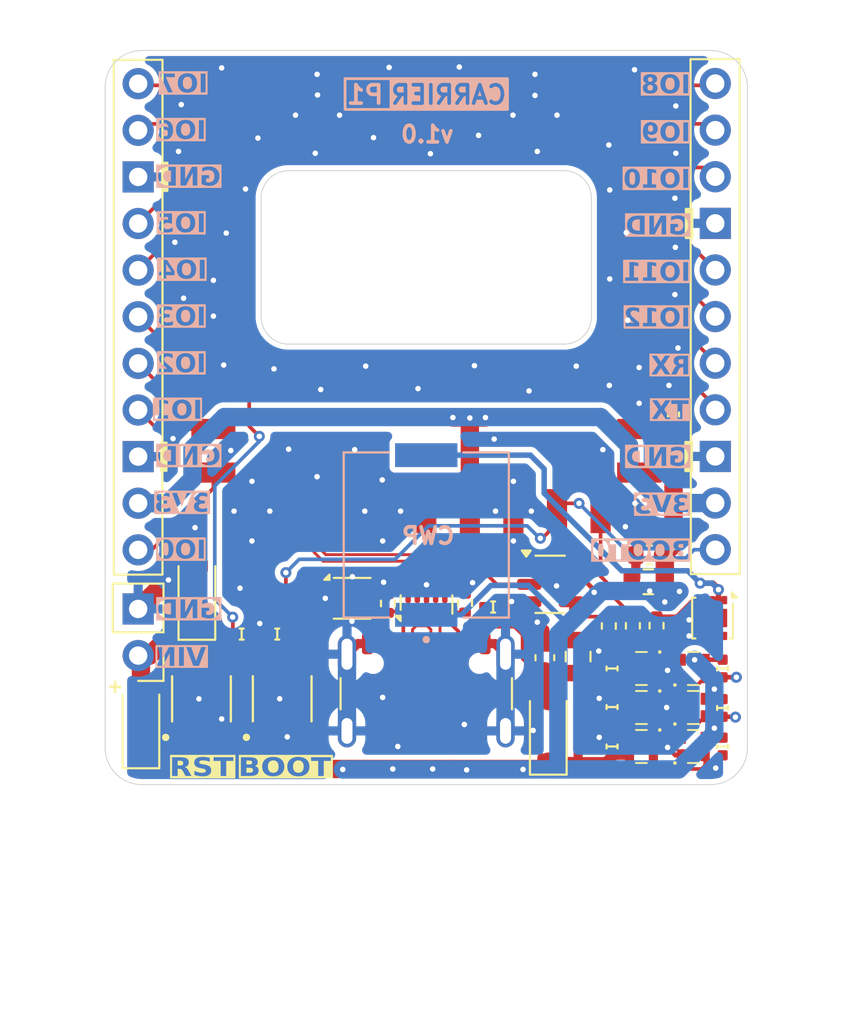
<source format=kicad_pcb>
(kicad_pcb (version 20241229) (generator "pcbnew") (generator_version "9.0")
  (layers (0 "F.Cu" signal) (4 "In1.Cu" signal) (6 "In2.Cu" signal) (2 "B.Cu" signal) (13 "F.Paste" user) (15 "B.Paste" user) (5 "F.SilkS" user "F.Silkscreen") (7 "B.SilkS" user "B.Silkscreen") (1 "F.Mask" user) (3 "B.Mask" user) (25 "Edge.Cuts" user))
  (net 0 "")
  (net 1 "GND")
  (net 2 "/SoM Breakout/CORE_RST_N")
  (net 3 "+3V3")
  (net 4 "VBUS")
  (net 5 "/SoM Breakout/BOOT0")
  (net 6 "/SoM Breakout/USB_CC1")
  (net 7 "/SoM Breakout/USB_CC2")
  (net 8 "/SoM Breakout/IO10")
  (net 9 "/SoM Breakout/IO12")
  (net 10 "/SoM Breakout/IO8")
  (net 11 "/SoM Breakout/IO9")
  (net 12 "/SoM Breakout/UART0_RX")
  (net 13 "/SoM Breakout/IO11")
  (net 14 "/SoM Breakout/UART0_TX")
  (net 15 "/SoM Breakout/IO3")
  (net 16 "/SoM Breakout/IO5")
  (net 17 "/SoM Breakout/IO1")
  (net 18 "/SoM Breakout/IO2")
  (net 19 "/SoM Breakout/IO4")
  (net 20 "/SoM Breakout/IO7")
  (net 21 "/SoM Breakout/IO0")
  (net 22 "/SoM Breakout/IO6")
  (net 23 "/SoM Breakout/USB_D_P")
  (net 24 "/SoM Breakout/USB_D_N")
  (net 25 "VSYS")
  (net 26 "Net-(D1-A1)")
  (net 29 "/Status Indication/LED_D0")
  (net 30 "/Status Indication/LED_D1")
  (net 31 "/Status Indication/LED_D2")
  (net 32 "/Status Indication/LED_D3")
  (net 33 "/Status Indication/LED_D4")
  (net 35 "/Status Indication/BUZZ_DRAIN")
  (net 36 "BUZZER_PWM")
  (net 37 "LED_PWM")
  (net 38 "/Status Indication/BUZZ_GATE")
  (net 39 "Net-(R3-Pad2)")
  (net 40 "/Status Indication/LED_D5")
  (footprint "ModWorksFootprints:C_0603_1608Metric_MW" (layer "F.Cu") (at 162.158578 107.491422 180)
    (property "Reference" "C14" (hide yes))
    (property "Value" "1u")
  )
  (footprint "ModWorksFootprints:C_0402_100n_MW" (layer "F.Cu") (at 139.94 111.8)
    (property "Reference" "C1" (hide yes))
    (property "Value" "100n")
  )
  (footprint "ModWorksFootprints:XL-1615RGBC-2812B" (layer "F.Cu") (at 161.725 113.675 180)
    (property "Reference" "LED1" (hide yes))
    (property "Value" "XL-1615RGBC-2812B")
  )
  (footprint "Resistor_SMD:R_0402_1005Metric" (layer "F.Cu") (at 162.55 111.340001 -90)
    (property "Reference" "R5" (hide yes))
    (property "Value" "100R")
  )
  (footprint "Package_SON:WSON-6-1EP_2x2mm_P0.65mm_EP1x1.6mm" (layer "F.Cu") (at 145.9625 109.85)
    (property "Reference" "U1" (hide yes))
    (property "Value" "TVS2200DRV")
  )
  (footprint "Diode_SMD:D_SOD-123" (layer "F.Cu") (at 137.5 109.75 90)
    (property "Reference" "D1" (hide yes))
    (property "Value" "SMAJ5.0A")
  )
  (footprint "ModWorksFootprints:C_0402_100n_MW" (layer "F.Cu") (at 141.88 111.8 180)
    (property "Reference" "C2" (hide yes))
    (property "Value" "100n")
  )
  (footprint "ModWorksFootprints:XL-1615RGBC-2812B" (layer "F.Cu") (at 164.55 117.925)
    (property "Reference" "LED4" (hide yes))
    (property "Value" "XL-1615RGBC-2812B")
  )
  (footprint "Resistor_SMD:R_0402_1005Metric" (layer "F.Cu") (at 159.95 111.359999 90)
    (property "Reference" "R3" (hide yes))
    (property "Value" "470R")
  )
  (footprint "ModWorksFootprints:XL-1615RGBC-2812B" (layer "F.Cu") (at 161.725 115.8 180)
    (property "Reference" "LED2" (hide yes))
    (property "Value" "XL-1615RGBC-2812B")
  )
  (footprint "Connector_PinHeader_2.54mm:PinHeader_1x02_P2.54mm_Vertical" (layer "F.Cu") (at 134.3 112.97 180)
    (property "Reference" "J2" (hide yes))
    (property "Value" "Conn_01x02_Pin")
  )
  (footprint "ModWorksFootprints:C_0402_100n_MW" (layer "F.Cu") (at 166.15 115.825 -90)
    (property "Reference" "C11" (hide yes))
    (property "Value" "100n")
  )
  (footprint "ModWorksFootprints:C_0402_1005Metric_MW" (layer "F.Cu") (at 163.475 99.83 90)
    (property "Reference" "C13" (hide yes))
    (property "Value" "100n")
  )
  (footprint "ModWorksFootprints:C_0402_100n_MW" (layer "F.Cu") (at 166.15 117.925 -90)
    (property "Reference" "C10" (hide yes))
    (property "Value" "100n")
  )
  (footprint "ModWorksFootprints:XL-1615RGBC-2812B" (layer "F.Cu") (at 164.55 115.8)
    (property "Reference" "LED5" (hide yes))
    (property "Value" "XL-1615RGBC-2812B")
  )
  (footprint "ModWorksFootprints:XL-1615RGBC-2812B" (layer "F.Cu") (at 161.725 117.925 180)
    (property "Reference" "LED3" (hide yes))
    (property "Value" "XL-1615RGBC-2812B")
  )
  (footprint "Package_SON:Texas_DQK" (layer "F.Cu") (at 165.6 110.925 -90)
    (property "Reference" "Q1" (hide yes))
    (property "Value" "CSD16301Q2")
  )
  (footprint "Resistor_SMD:R_0402_1005Metric" (layer "F.Cu") (at 161.259999 111.35 -90)
    (property "Reference" "R4" (hide yes))
    (property "Value" "100k")
  )
  (footprint "ModWorksFootprints:C_0603_1608Metric_MW" (layer "F.Cu") (at 156.4625 113.0875 90)
    (property "Reference" "C4" (hide yes))
    (property "Value" "4u7")
  )
  (footprint "ModWorksFootprints:C_0402_100n_MW" (layer "F.Cu") (at 153.645 110.325)
    (property "Reference" "C3" (hide yes))
    (property "Value" "100n")
  )
  (footprint "ModWorksFootprints:C_0402_100n_MW" (layer "F.Cu") (at 160.125 115.775 90)
    (property "Reference" "C8" (hide yes))
    (property "Value" "100n")
  )
  (footprint "Connector_PinSocket_2.54mm:PinSocket_1x11_P2.54mm_Vertical" (layer "F.Cu") (at 134.3 81.81)
    (property "Reference" "J1" (hide yes))
    (property "Value" "Conn_01x11_Socket")
  )
  (footprint "Snapeda:SKRPABE010_SW_SKRPABE010" (layer "F.Cu") (at 137.75 115.3285 90)
    (property "Reference" "SW1" (hide yes))
    (property "Value" "SW_Push")
  )
  (footprint "Resistor_SMD:R_0402_1005Metric" (layer "F.Cu") (at 152.1125 110.112502 90)
    (property "Reference" "R2" (hide yes))
    (property "Value" "5k1")
  )
  (footprint "ModWorksFootprints:XL-1615RGBC-2812B" (layer "F.Cu") (at 164.55 113.675)
    (property "Reference" "LED6" (hide yes))
    (property "Value" "XL-1615RGBC-2812B")
  )
  (footprint "ModWorksFootprints:C_0805_2012Metric_MW" (layer "F.Cu") (at 158.275 113.025 90)
    (property "Reference" "C5" (hide yes))
    (property "Value" "10u")
  )
  (footprint "ModWorksFootprints:C_0805_2012Metric_MW" (layer "F.Cu") (at 162.1 108.95 180)
    (property "Reference" "C6" (hide yes))
    (property "Value" "10u")
  )
  (footprint "Diode_SMD:D_SOD-123" (layer "F.Cu") (at 156.65 117.1 90)
    (property "Reference" "D3" (hide yes))
    (property "Value" "MBR0520")
  )
  (footprint "Resistor_SMD:R_0402_1005Metric" (layer "F.Cu") (at 147.9125 110.1325 90)
    (property "Reference" "R1" (hide yes))
    (property "Value" "5k1")
  )
  (footprint "Package_TO_SOT_SMD:SOT-23-5" (layer "F.Cu") (at 156.75 109.0875)
    (property "Reference" "U3" (hide yes))
    (property "Value" "74AHCT1G125")
  )
  (footprint "Package_SON:USON-10_2.5x1.0mm_P0.5mm" (layer "F.Cu") (at 150.0125 110.1875 90)
    (property "Reference" "U2" (hide yes))
    (property "Value" "TPD4E05U06DQA")
  )
  (footprint "ModWorksFootprints:C_0402_100n_MW" (layer "F.Cu") (at 160.125 113.675 90)
    (property "Reference" "C7" (hide yes))
    (property "Value" "100n")
  )
  (footprint "Connector_USB:USB_C_Receptacle_GCT_USB4105-xx-A_16P_TopMnt_Horizontal" (layer "F.Cu") (at 150 116)
    (property "Reference" "J4" (hide yes))
    (property "Value" "USB_C_Receptacle_USB2.0_16P")
  )
  (footprint "ModWorksFootprints:Proto_Core_Carrier_Pads" (layer "F.Cu") (at 150 93.5)
    (property "Reference" "MOD1" (hide yes))
    (property "Value" "~" (hide yes))
  )
  (footprint "ModWorksFootprints:C_0402_100n_MW" (layer "F.Cu") (at 160.125 117.925 90)
    (property "Reference" "C9" (hide yes))
    (property "Value" "100n")
  )
  (footprint "Snapeda:SKRPABE010_SW_SKRPABE010" (layer "F.Cu") (at 142.15 115.325 90)
    (property "Reference" "SW2" (hide yes))
    (property "Value" "SW_Push")
  )
  (footprint "Diode_SMD:D_SOD-123" (layer "F.Cu") (at 134.45 116.75 90)
    (property "Reference" "D2" (hide yes))
    (property "Value" "MBR0520")
  )
  (footprint "Connector_PinSocket_2.54mm:PinSocket_1x11_P2.54mm_Vertical" (layer "F.Cu") (at 165.75 81.8)
    (property "Reference" "J3" (hide yes))
    (property "Value" "Conn_01x11_Socket")
  )
  (footprint "ModWorksFootprints:C_0402_100n_MW" (layer "F.Cu") (at 166.15 113.675 -90)
    (property "Reference" "C12" (hide yes))
    (property "Value" "100n")
  )
  (footprint "Snapeda:PKMCS0909E4000-R1_SPKR_PKMCS0909E4000-R1" (layer "B.Cu") (at 150 106.4 90)
    (property "Reference" "LS1" (hide yes))
    (property "Value" "PKMCS0909E4000-R1")
  )
  (gr_line (start 133.04375 114.95) (end 133.04375 114.4) (stroke (width 0.15)) (layer "F.SilkS"))
  (gr_line (start 132.78125 114.675) (end 133.31875 114.675) (stroke (width 0.15)) (layer "F.SilkS"))
  (gr_rect (start 145.575 81.5375) (end 154.425 83.2125) (stroke (width 0.15)) (fill no) (layer "B.SilkS"))
  (gr_rect (start 148.05 81.6125) (end 154.35 83.1125) (stroke (width 0.1)) (fill no) (layer "B.SilkS"))
  (gr_arc (start 132.5 82) (mid 133.085786 80.585786) (end 134.5 80) (stroke (width 0.05)) (layer "Edge.Cuts"))
  (gr_arc (start 167.5 118) (mid 166.914214 119.414214) (end 165.5 120) (stroke (width 0.05)) (layer "Edge.Cuts"))
  (gr_arc (start 165.5 80) (mid 166.914214 80.585786) (end 167.5 82) (stroke (width 0.05)) (layer "Edge.Cuts"))
  (gr_line (start 157.5 96) (end 142.5 96) (stroke (width 0.05)) (layer "Edge.Cuts"))
  (gr_arc (start 141 88.05) (mid 141.43934 86.98934) (end 142.5 86.55) (stroke (width 0.05)) (layer "Edge.Cuts"))
  (gr_arc (start 159 94.5) (mid 158.56066 95.56066) (end 157.5 96) (stroke (width 0.05)) (layer "Edge.Cuts"))
  (gr_line (start 159 88.05) (end 159 94.5) (stroke (width 0.05)) (layer "Edge.Cuts"))
  (gr_line (start 142.5 86.55) (end 157.5 86.55) (stroke (width 0.05)) (layer "Edge.Cuts"))
  (gr_arc (start 142.5 96) (mid 141.43934 95.56066) (end 141 94.5) (stroke (width 0.05)) (layer "Edge.Cuts"))
  (gr_line (start 167.5 82) (end 167.5 118) (stroke (width 0.05)) (layer "Edge.Cuts"))
  (gr_arc (start 157.5 86.55) (mid 158.56066 86.98934) (end 159 88.05) (stroke (width 0.05)) (layer "Edge.Cuts"))
  (gr_line (start 141 94.5) (end 141 88.05) (stroke (width 0.05)) (layer "Edge.Cuts"))
  (gr_arc (start 134.5 120) (mid 133.085786 119.414214) (end 132.5 118) (stroke (width 0.05)) (layer "Edge.Cuts"))
  (gr_line (start 132.5 118) (end 132.5 82) (stroke (width 0.05)) (layer "Edge.Cuts"))
  (gr_line (start 165.5 120) (end 134.5 120) (stroke (width 0.05)) (layer "Edge.Cuts"))
  (gr_line (start 134.5 80) (end 165.5 80) (stroke (width 0.05)) (layer "Edge.Cuts"))
  (gr_text "BOOT" (at 139.75 119.7 0) (layer "F.SilkS" knockout) (effects (font (size 1 1.15) (thickness 0.2) (bold yes)) (justify left bottom)))
  (gr_text "RST" (at 136 119.7 0) (layer "F.SilkS" knockout) (effects (font (size 1 1.15) (thickness 0.2) (bold yes)) (justify left bottom)))
  (gr_text "3V3" (at 164.35 105.4 0) (layer "B.SilkS" knockout) (effects (font (size 1 1) (thickness 0.1)) (justify left bottom mirror)))
  (gr_text "GND" (at 164.35 90.19 0) (layer "B.SilkS" knockout) (effects (font (size 1 1) (thickness 0.1)) (justify left bottom mirror)))
  (gr_text "BOOT0" (at 164.4 107.9 0) (layer "B.SilkS" knockout) (effects (font (size 1 1) (thickness 0.1)) (justify left bottom mirror)))
  (gr_text "IO7" (at 138.1 82.45 0) (layer "B.SilkS" knockout) (effects (font (size 1 1) (thickness 0.1)) (justify left bottom mirror)))
  (gr_text "GND" (at 138.8 87.53 0) (layer "B.SilkS" knockout) (effects (font (size 1 1) (thickness 0.1)) (justify left bottom mirror)))
  (gr_text "IO0" (at 138 107.85 0) (layer "B.SilkS" knockout) (effects (font (size 1 1) (thickness 0.1)) (justify left bottom mirror)))
  (gr_text "TX" (at 164.3 100.25 0) (layer "B.SilkS" knockout) (effects (font (size 1 1) (thickness 0.1)) (justify left bottom mirror)))
  (gr_text "IO5" (at 138 90.07 0) (layer "B.SilkS" knockout) (effects (font (size 1 1) (thickness 0.1)) (justify left bottom mirror)))
  (gr_text "IO12" (at 164.4 95.2 0) (layer "B.SilkS" knockout) (effects (font (size 1 1) (thickness 0.1)) (justify left bottom mirror)))
  (gr_text "GND" (at 138.8 102.75 0) (layer "B.SilkS" knockout) (effects (font (size 1 1) (thickness 0.1)) (justify left bottom mirror)))
  (gr_text "CWP" (at 151.65 106.975 0) (layer "B.SilkS") (effects (font (size 0.9 0.9) (thickness 0.2) (bold yes)) (justify left bottom mirror)))
  (gr_text "IO9" (at 164.4 85.11 0) (layer "B.SilkS" knockout) (effects (font (size 1 1) (thickness 0.1)) (justify left bottom mirror)))
  (gr_text "IO1" (at 137.8 100.23 0) (layer "B.SilkS" knockout) (effects (font (size 1 1) (thickness 0.1)) (justify left bottom mirror)))
  (gr_text "VIN" (at 138 113.7 0) (layer "B.SilkS" knockout) (effects (font (size 1 1) (thickness 0.1)) (justify left bottom mirror)))
  (gr_text "IO3" (at 138 95.15 0) (layer "B.SilkS" knockout) (effects (font (size 1 1) (thickness 0.1)) (justify left bottom mirror)))
  (gr_text "GND" (at 138.8 111.1 0) (layer "B.SilkS" knockout) (effects (font (size 1 1) (thickness 0.1)) (justify left bottom mirror)))
  (gr_text "IO10" (at 164.4 87.65 0) (layer "B.SilkS" knockout) (effects (font (size 1 1) (thickness 0.1)) (justify left bottom mirror)))
  (gr_text "P1" (at 147.775 83 0) (layer "B.SilkS") (effects (font (size 1 1) (thickness 0.2) (bold yes)) (justify left bottom mirror)))
  (gr_text "GND" (at 164.35 102.8 0) (layer "B.SilkS" knockout) (effects (font (size 1 1) (thickness 0.1)) (justify left bottom mirror)))
  (gr_text "3V3" (at 138.2 105.3 0) (layer "B.SilkS" knockout) (effects (font (size 1 1) (thickness 0.1)) (justify left bottom mirror)))
  (gr_text "IO6" (at 138 84.99 0) (layer "B.SilkS" knockout) (effects (font (size 1 1) (thickness 0.1)) (justify left bottom mirror)))
  (gr_text "CARRIER" (at 154.475 83 0) (layer "B.SilkS" knockout) (effects (font (size 1 1) (thickness 0.2) (bold yes)) (justify left bottom mirror)))
  (gr_text "IO4" (at 138.05 92.6 0) (layer "B.SilkS" knockout) (effects (font (size 1 1) (thickness 0.1)) (justify left bottom mirror)))
  (gr_text "RX" (at 164.400001 97.82 0) (layer "B.SilkS" knockout) (effects (font (size 1 1) (thickness 0.1)) (justify left bottom mirror)))
  (gr_text "IO2" (at 138 97.7 0) (layer "B.SilkS" knockout) (effects (font (size 1 1) (thickness 0.1)) (justify left bottom mirror)))
  (gr_text "IO11" (at 164.4 92.719999 0) (layer "B.SilkS" knockout) (effects (font (size 1 1) (thickness 0.1)) (justify left bottom mirror)))
  (gr_text "IO8" (at 164.4 82.5 0) (layer "B.SilkS" knockout) (effects (font (size 1 1) (thickness 0.1)) (justify left bottom mirror)))
  (gr_text "v1.0" (at 151.6 85.1 0) (layer "B.SilkS") (effects (font (size 0.9 0.9) (thickness 0.2) (bold yes)) (justify left bottom mirror)))
  (segment (start 159.975 98.250001) (end 161.599999 98.250001) (width 0.5) (layer "F.Cu") (net 1))
  (segment (start 166.26 114.15) (end 166.255 114.155) (width 0.25) (layer "F.Cu") (net 1))
  (segment (start 145.275 83.525) (end 145.275 81.925) (width 0.5) (layer "F.Cu") (net 1))
  (segment (start 138.825 116.4) (end 138.85 116.425) (width 0.5) (layer "F.Cu") (net 1))
  (segment (start 152.525 109) (end 152.1125 109.4125) (width 0.5) (layer "F.Cu") (net 1))
  (segment (start 160.125 113.195) (end 159.87 113.195) (width 0.25) (layer "F.Cu") (net 1))
  (segment (start 137.5 108.1) (end 136.63 108.1) (width 1) (layer "F.Cu") (net 1))
  (segment (start 163.525 114.15) (end 163.15 113.775) (width 0.25) (layer "F.Cu") (net 1))
  (segment (start 147.9125 109.622501) (end 147.9125 109.2125) (width 0.5) (layer "F.Cu") (net 1))
  (segment (start 155.925 81.3) (end 155.35 81.3) (width 0.5) (layer "F.Cu") (net 1))
  (segment (start 155.6125 108.1125) (end 154.75 107.25) (width 0.3) (layer "F.Cu") (net 1))
  (segment (start 140.42 111.8) (end 140.95 111.8) (width 0.25) (layer "F.Cu") (net 1))
  (segment (start 154.425 110.025) (end 155.600001 110.025) (width 0.5) (layer "F.Cu") (net 1))
  (segment (start 150.0125 110.5725) (end 150.0125 109.8025) (width 0.25) (layer "F.Cu") (net 1))
  (segment (start 159.87 113.195) (end 159.4 112.725) (width 0.25) (layer "F.Cu") (net 1))
  (segment (start 144.725 82.425) (end 145.25 81.9) (width 0.5) (layer "F.Cu") (net 1))
  (segment (start 145.075 109.2) (end 145.075 109.85) (width 0.5) (layer "F.Cu") (net 1))
  (segment (start 160.125 117.445) (end 159.445 117.445) (width 0.25) (layer "F.Cu") (net 1))
  (segment (start 160.125 115.295) (end 159.43 115.295) (width 0.25) (layer "F.Cu") (net 1))
  (segment (start 155.600001 110.025) (end 155.6125 110.037499) (width 0.5) (layer "F.Cu") (net 1))
  (segment (start 158.275 112.125) (end 158.8 112.125) (width 0.25) (layer "F.Cu") (net 1))
  (segment (start 162.375 115.325) (end 162.625 115.325) (width 0.25) (layer "F.Cu") (net 1))
  (segment (start 161.421078 107.933578) (end 161.421078 108.728922) (width 0.5) (layer "F.Cu") (net 1))
  (segment (start 166.15 116.305) (end 166.83 116.305) (width 0.25) (layer "F.Cu") (net 1))
  (segment (start 161.6 99.225) (end 161.6 98.25) (width 0.5) (layer "F.Cu") (net 1))
  (segment (start 161.599999 98.250001) (end 161.6 98.25) (width 0.5) (layer "F.Cu") (net 1))
  (segment (start 159.43 115.295) (end 159.425 115.3) (width 0.25) (layer "F.Cu") (net 1))
  (segment (start 166.255 114.155) (end 166.15 114.155) (width 0.25) (layer "F.Cu") (net 1))
  (segment (start 161.421078 108.728922) (end 161.2 108.95) (width 0.5) (layer "F.Cu") (net 1))
  (segment (start 138.85 117.3785) (end 138.825 117.4035) (width 0.5) (layer "F.Cu") (net 1))
  (segment (start 145.075 109.85) (end 144.5 109.85) (width 0.5) (layer "F.Cu") (net 1))
  (segment (start 155.6125 108.137501) (end 155.6125 108.1125) (width 0.3) (layer "F.Cu") (net 1))
  (segment (start 144.05 81.3) (end 144.65 81.3) (width 0.5) (layer "F.Cu") (net 1))
  (segment (start 144.65 81.3) (end 145.25 81.9) (width 0.5) (layer "F.Cu") (net 1))
  (segment (start 136.63 108.1) (end 134.3 110.43) (width 1) (layer "F.Cu") (net 1))
  (segment (start 153.2 112.32) (end 153.745 112.32) (width 0.5) (layer "F.Cu") (net 1))
  (segment (start 163.575 116.275) (end 163.1 115.8) (width 0.25) (layer "F.Cu") (net 1))
  (segment (start 144.05 81.3) (end 143.475 81.3) (width 0.5) (layer "F.Cu") (net 1))
  (segment (start 163.225 98.25) (end 161.6 98.25) (width 0.5) (layer "F.Cu") (net 1))
  (segment (start 162.375 113.2) (end 162.575 113.2) (width 0.25) (layer "F.Cu") (net 1))
  (segment (start 140.5 103.525) (end 140.525 103.5) (width 0.2) (layer "F.Cu") (net 1))
  (segment (start 145.95 110.95) (end 145.9625 110.9375) (width 0.5) (layer "F.Cu") (net 1))
  (segment (start 154.75 107.25) (end 154.75 106.725) (width 0.3) (layer "F.Cu") (net 1))
  (segment (start 156.4625 111.5625) (end 156.05 111.15) (width 0.5) (layer "F.Cu") (net 1))
  (segment (start 146.65 105.1) (end 147.625 105.1) (width 0.5) (layer "F.Cu") (net 1))
  (segment (start 142.875 83.525) (end 142.875 81.9) (width 0.5) (layer "F.Cu") (net 1))
  (segment (start 162.625 115.325) (end 163.1 115.8) (width 0.25) (layer "F.Cu") (net 1))
  (segment (start 145.075 109.85) (end 145.075 110.5) (width 0.5) (layer "F.Cu") (net 1))
  (segment (start 140.5 103.475) (end 140.5 105.1) (width 0.5) (layer "F.Cu") (net 1))
  (segment (start 156.6125 112.2) (end 158.2 112.2) (width 0.5) (layer "F.Cu") (net 1))
  (segment (start 161.45 107.904656) (end 161.421078 107.933578) (width 0.5) (layer "F.Cu") (net 1))
  (segment (start 138.4 92.524999) (end 138.4 93.5) (width 0.5) (layer "F.Cu") (net 1))
  (segment (start 144.075 82.425) (end 144.725 82.425) (width 0.5) (layer "F.Cu") (net 1))
  (segment (start 155.35 81.3) (end 154.75 81.9) (width 0.5) (layer "F.Cu") (net 1))
  (segment (start 155.3 82.45) (end 154.75 81.9) (width 0.5) (layer "F.Cu") (net 1))
  (segment (start 160.85 106.032844) (end 161.421078 106.603922) (width 0.3) (layer "F.Cu") (net 1))
  (segment (start 154.125 110.325) (end 154.425 110.025) (width 0.5) (layer "F.Cu") (net 1))
  (segment (start 147.9125 109.2125) (end 147.675 108.975) (width 0.5) (layer "F.Cu") (net 1))
  (segment (start 160.85 105.95) (end 160.85 106.032844) (width 0.3) (layer "F.Cu") (net 1))
  (segment (start 156.4625 112.35) (end 156.4625 111.5625) (width 0.5) (layer "F.Cu") (net 1))
  (segment (start 155.925 81.3) (end 156.525 81.3) (width 0.5) (layer "F.Cu") (net 1))
  (segment (start 163.475 98.5) (end 163.225 98.25) (width 0.5) (layer "F.Cu") (net 1))
  (segment (start 148.6 105.1) (end 147.625 105.1) (width 0.5) (layer "F.Cu") (net 1))
  (segment (start 145.95 111.1) (end 145.95 110.95) (width 0.5) (layer "F.Cu") (net 1))
  (segment (start 158.2 112.2) (end 158.275 112.125) (width 0.5) (layer "F.Cu") (net 1))
  (segment (start 163.9 118.4) (end 163.575 118.4) (width 0.25) (layer "F.Cu") (net 1))
  (segment (start 155.725 105.1) (end 154.75 105.1) (width 0.5) (layer "F.Cu") (net 1))
  (segment (start 163.475 99.35) (end 163.475 98.5) (width 0.5) (layer "F.Cu") (net 1))
  (segment (start 136.775 93.5) (end 138.4 93.5) (width 0.5) (layer "F.Cu") (net 1))
  (segment (start 166.83 116.305) (end 166.85 116.325) (width 0.25) (layer "F.Cu") (net 1))
  (segment (start 145.9625 110.9375) (end 145.9625 109.85) (width 0.5) (layer "F.Cu") (net 1))
  (segment (start 164.329999 111.020001) (end 164.325 111.025) (width 0.2) (layer "F.Cu") (net 1))
  (segment (start 147.625 106.725) (end 147.625 105.1) (width 0.5) (layer "F.Cu") (net 1))
  (segment (start 154.725 81.925) (end 154.75 81.9) (width 0.5) (layer "F.Cu") (net 1))
  (segment (start 145.275 81.925) (end 145.25 81.9) (width 0.5) (layer "F.Cu") (net 1))
  (segment (start 152.1125 109.4125) (end 152.1125 109.602503) (width 0.5) (layer "F.Cu") (net 1))
  (segment (start 160.025 98.25) (end 160 98.225) (width 0.2) (layer "F.Cu") (net 1))
  (segment (start 150.0125 109.8025) (end 150.0125 109.1125) (width 0.25) (layer "F.Cu") (net 1))
  (segment (start 140.5 106.725) (end 140.5 105.1) (width 0.5) (layer "F.Cu") (net 1))
  (segment (start 161.421078 107.491422) (end 161.421078 107.696078) (width 0.5) (layer "F.Cu") (net 1))
  (segment (start 153.775 105.1) (end 154.75 105.1) (width 0.5) (layer "F.Cu") (net 1))
  (segment (start 161.45 107.4625) (end 161.421078 107.491422) (width 0.3) (layer "F.Cu") (net 1))
  (segment (start 163.9 114.15) (end 163.525 114.15) (width 0.25) (layer "F.Cu") (net 1))
  (segment (start 153.745 112.32) (end 154.32 112.895) (width 0.5) (layer "F.Cu") (net 1))
  (segment (start 165.775 119.1) (end 165.775 118.78) (width 0.25) (layer "F.Cu") (net 1))
  (segment (start 156.575 82.45) (end 157.125 81.9) (width 0.5) (layer "F.Cu") (net 1))
  (segment (start 142.425 117.4) (end 143.225 117.4) (width 0.5) (layer "F.Cu") (net 1))
  (segment (start 138.85 116.425) (end 138.85 117.3785) (width 0.5) (layer "F.Cu") (net 1))
  (segment (start 165.775 118.78) (end 166.15 118.405) (width 0.25) (layer "F.Cu") (net 1))
  (segment (start 154.75 106.725) (end 154.75 105.1) (width 0.5) (layer "F.Cu") (net 1))
  (segment (start 162.625 117.45) (end 163.15 117.975) (width 0.25) (layer "F.Cu") (net 1))
  (segment (start 156.4625 112.35) (end 156.6125 112.2) (width 0.5) (layer "F.Cu") (net 1))
  (segment (start 163.9 116.275) (end 163.575 116.275) (width 0.25) (layer "F.Cu") (net 1))
  (segment (start 161.45 106.55) (end 161.45 107.904656) (width 0.5) (layer "F.Cu") (net 1))
  (segment (start 143.4 82.425) (end 142.875 81.9) (width 0.5) (layer "F.Cu") (net 1))
  (segment (start 143.225 113.25) (end 143.225 117.4) (width 0.5) (layer "F.Cu") (net 1))
  (segment (start 155.925 82.45) (end 156.575 82.45) (width 0.5) (layer "F.Cu") (net 1))
  (segment (start 154.75 105.1) (end 154.75 103.475) (width 0.5) (layer "F.Cu") (net 1))
  (segment (start 145.9625 109.85) (end 145.9625 108.7375) (width 0.5) (layer "F.Cu") (net 1))
  (segment (start 138.825 113.2535) (end 138.825 116.4) (width 0.5) (layer "F.Cu") (net 1))
  (segment (start 147.6 103.4) (end 147.6 105.075) (width 0.5) (layer "F.Cu") (net 1))
  (segment (start 146.255 112.32) (end 145.68 112.895) (width 0.5) (layer "F.Cu") (net 1))
  (segment (start 155.925 82.45) (end 155.3 82.45) (width 0.5) (layer "F.Cu") (net 1))
  (segment (start 145.075 109.85) (end 145.9625 109.85) (width 0.5) (layer "F.Cu") (net 1))
  (segment (start 159.445 117.445) (end 159.425 117.425) (width 0.25) (layer "F.Cu") (net 1))
  (segment (start 156.525 81.3) (end 157.125 81.9) (width 0.5) (layer "F.Cu") (net 1))
  (segment (start 143.475 81.3) (end 142.875 81.9) (width 0.5) (layer "F.Cu") (net 1))
  (segment (start 157.125 83.525) (end 157.125 81.9) (width 0.5) (layer "F.Cu") (net 1))
  (segment (start 160.85 105.95) (end 161.45 106.55) (width 0.5) (layer "F.Cu") (net 1))
  (segment (start 166.9 114.15) (end 166.26 114.15) (width 0.25) (layer "F.Cu") (net 1))
  (segment (start 138.4 94.475001) (end 138.4 93.5) (width 0.5) (layer "F.Cu") (net 1))
  (segment (start 161.6 97.275) (end 161.6 98.25) (width 0.5) (layer "F.Cu") (net 1))
  (segment (start 162.575 113.2) (end 163.15 113.775) (width 0.25) (layer "F.Cu") (net 1))
  (segment (start 146.8 112.32) (end 146.255 112.32) (width 0.5) (layer "F.Cu") (net 1))
  (segment (start 145.9625 108.7375) (end 145.95 108.725) (width 0.5) (layer "F.Cu") (net 1))
  (segment (start 164.95 111.020001) (end 164.329999 111.020001) (width 0.2) (layer "F.Cu") (net 1))
  (segment (start 139.525 105.1) (end 140.5 105.1) (width 0.5) (layer "F.Cu") (net 1))
  (segment (start 163.575 118.4) (end 163.15 117.975) (width 0.25) (layer "F.Cu") (net 1))
  (segment (start 140.95 111.25) (end 140.925 111.225) (width 0.25) (layer "F.Cu") (net 1))
  (segment (start 144.075 82.425) (end 143.4 82.425) (width 0.5) (layer "F.Cu") (net 1))
  (segment (start 141.475 105.1) (end 140.5 105.1) (width 0.5) (layer "F.Cu") (net 1))
  (segment (start 162.375 117.45) (end 162.625 117.45) (width 0.25) (layer "F.Cu") (net 1))
  (segment (start 164.95 111.900001) (end 164.95 111.020001) (width 0.3) (layer "F.Cu") (net 1))
  (segment (start 161.259999 112.084999) (end 162.375 113.2) (width 0.25) (layer "F.Cu") (net 1))
  (segment (start 161.421078 106.603922) (end 161.421078 107.491422) (width 0.3) (layer "F.Cu") (net 1))
  (segment (start 140.95 111.8) (end 141.4 111.8) (width 0.25) (layer "F.Cu") (net 1))
  (segment (start 158.8 112.125) (end 159.4 112.725) (width 0.25) (layer "F.Cu") (net 1))
  (segment (start 164.95 111.900001) (end 164.325 111.9) (width 0.2) (layer "F.Cu") (net 1))
  (segment (start 154.725 83.525) (end 154.725 81.925) (width 0.5) (layer "F.Cu") (net 1))
  (segment (start 161.45 106.55) (end 161.45 107.4625) (width 0.3) (layer "F.Cu") (net 1))
  (segment (start 140.95 111.8) (end 140.95 111.25) (width 0.25) (layer "F.Cu") (net 1))
  (segment (start 161.259999 111.859999) (end 161.259999 112.084999) (width 0.25) (layer "F.Cu") (net 1))
  (segment (start 147.6 105.075) (end 147.625 105.1) (width 0.2) (layer "F.Cu") (net 1))
  (segment (start 161.259999 111.859999) (end 161.215001 111.859999) (width 0.25) (layer "F.Cu") (net 1))
  (via (at 159.95 85.15) (size 0.6) (drill 0.3) (layers "F.Cu" "B.Cu") (net 1))
  (via (at 138.4 92.524999) (size 0.6) (drill 0.3) (layers "F.Cu" "B.Cu") (net 1))
  (via (at 163.1 115.8) (size 0.6) (drill 0.3) (layers "F.Cu" "B.Cu") (net 1))
  (via (at 147.6 103.4) (size 0.6) (drill 0.3) (layers "F.Cu" "B.Cu") (net 1))
  (via (at 142.0125 115.325) (size 0.6) (drill 0.3) (layers "F.Cu" "B.Cu") (net 1))
  (via (at 159.625 101.75) (size 0.6) (drill 0.3) (layers "F.Cu" "B.Cu") (net 1))
  (via (at 161.6 99.225) (size 0.6) (drill 0.3) (layers "F.Cu" "B.Cu") (net 1))
  (via (at 163.575 90.725) (size 0.6) (drill 0.3) (layers "F.Cu" "B.Cu") (net 1))
  (via (at 163.15 117.975) (size 0.6) (drill 0.3) (layers "F.Cu" "B.Cu") (net 1))
  (via (at 144.25 98.475) (size 0.6) (drill 0.3) (layers "F.Cu" "B.Cu") (net 1))
  (via (at 140.5 106.725) (size 0.6) (drill 0.3) (layers "F.Cu" "B.Cu") (net 1))
  (via (at 145.95 111.1) (size 0.6) (drill 0.3) (layers "F.Cu" "B.Cu") (net 1))
  (via (at 147.625 106.725) (size 0.6) (drill 0.3) (layers "F.Cu" "B.Cu") (net 1))
  (via (at 166.85 116.325) (size 0.6) (drill 0.3) (layers "F.Cu" "B.Cu") (net 1))
  (via (at 156.05 85.5) (size 0.6) (drill 0.3) (layers "F.Cu" "B.Cu") (net 1))
  (via (at 163.6 85.6) (size 0.6) (drill 0.3) (layers "F.Cu" "B.Cu") (net 1))
  (via (at 151.8 80.9) (size 0.6) (drill 0.3) (layers "F.Cu" "B.Cu") (net 1))
  (via (at 148.6 105.1) (size 0.6) (drill 0.3) (layers "F.Cu" "B.Cu") (net 1))
  (via (at 147.675 108.975) (size 0.6) (drill 0.3) (layers "F.Cu" "B.Cu") (net 1))
  (via (at 157.125 83.525) (size 0.6) (drill 0.3) (layers "F.Cu" "B.Cu") (net 1))
  (via (at 152.075 116.725) (size 0.6) (drill 0.3) (layers "F.Cu" "B.Cu") (net 1))
  (via (at 155.925 82.45) (size 0.6) (drill 0.3) (layers "F.Cu" "B.Cu") (net 1))
  (via (at 139.35 101.8) (size 0.6) (drill 0.3) (layers "F.Cu" "B.Cu") (net 1))
  (via (at 152.85 84.625) (size 0.6) (drill 0.3) (layers "F.Cu" "B.Cu") (net 1))
  (via (at 144.05 103.225) (size 0.6) (drill 0.3) (layers "F.Cu" "B.Cu") (net 1))
  (via (at 141.7 97.35) (size 0.6) (drill 0.3) (layers "F.Cu" "B.Cu") (net 1))
  (via (at 138.85 116.425) (size 0.6) (drill 0.3) (layers "F.Cu" "B.Cu") (net 1))
  (via (at 150.0125 109.1125) (size 0.6) (drill 0.3) (layers "F.Cu" "B.Cu") (net 1))
  (via (at 154.75 103.475) (size 0.6) (drill 0.3) (layers "F.Cu" "B.Cu") (net 1))
  (via (at 139.525 105.1) (size 0.6) (drill 0.3) (layers "F.Cu" "B.Cu") (net 1))
  (via (at 136.2 101.15) (size 0.6) (drill 0.3) (layers "F.Cu" "B.Cu") (net 1))
  (via (at 149.55 98.425) (size 0.6) (drill 0.3) (layers "F.Cu" "B.Cu") (net 1))
  (via (at 165.775 119.1) (size 0.6) (drill 0.3) (layers "F.Cu" "B.Cu") (net 1))
  (via (at 159.4 112.725) (size 0.6) (drill 0.3) (layers "F.Cu" "B.Cu") (net 1))
  (via (at 155.925 81.3) (size 0.6) (drill 0.3) (layers "F.Cu" "B.Cu") (net 1))
  (via (at 163.55 93.3) (size 0.6) (drill 0.3) (layers "F.Cu" "B.Cu") (net 1))
  (via (at 159.975 98.250001) (size 0.6) (drill 0.3) (layers "F.Cu" "B.Cu") (net 1))
  (via (at 140.15 87.55) (size 0.6) (drill 0.3) (layers "F.Cu" "B.Cu") (net 1))
  (via (at 137.6125 115.3285) (size 0.6) (drill 0.3) (layers "F.Cu" "B.Cu") (net 1))
  (via (at 164.325 111.9) (size 0.6) (drill 0.3) (layers "F.Cu" "B.Cu") (net 1))
  (via (at 153.7 101.175) (size 0.6) (drill 0.3) (layers "F.Cu" "B.Cu") (net 1))
  (via (at 139.1 89.95) (size 0.6) (drill 0.3) (layers "F.Cu" "B.Cu") (net 1))
  (via (at 154.65 110.025) (size 0.6) (drill 0.3) (layers "F.Cu" "B.Cu") (net 1))
  (via (at 155.825 117.05) (size 0.6) (drill 0.3) (layers "F.Cu" "B.Cu") (net 1))
  (via (at 138.961798 97.140458) (size 0.6) (drill 0.3) (layers "F.Cu" "B.Cu") (net 1))
  (via (at 142.875 83.525) (size 0.6) (drill 0.3) (layers "F.Cu" "B.Cu") (net 1))
  (via (at 138.85 80.95) (size 0.6) (drill 0.3) (layers "F.Cu" "B.Cu") (net 1))
  (via (at 166.9 114.15) (size 0.6) (drill 0.3) (layers "F.Cu" "B.Cu") (net 1))
  (via (at 144.075 82.425) (size 0.6) (drill 0.3) (layers "F.Cu" "B.Cu") (net 1))
  (via (at 164.325 111.025) (size 0.6) (drill 0.3) (layers "F.Cu" "B.Cu") (net 1))
  (via (at 140.5 103.475) (size 0.6) (drill 0.3) (layers "F.Cu" "B.Cu") (net 1))
  (via (at 159.425 115.3) (size 0.6) (drill 0.3) (layers "F.Cu" "B.Cu") (net 1))
  (via (at 154.75 106.725) (size 0.6) (drill 0.3) (layers "F.Cu" "B.Cu") (net 1))
  (via (at 157.1 109.175) (size 0.6) (drill 0.3) (layers "F.Cu" "B.Cu") (net 1))
  (via (at 161.375 104.675) (size 0.6) (drill 0.3) (layers "F.Cu" "B.Cu") (net 1))
  (via (at 155.725 105.1) (size 0.6) (drill 0.3) (layers "F.Cu" "B.Cu") (net 1))
  (via (at 136.65 82.95) (size 0.6) (drill 0.3) (layers "F.Cu" "B.Cu") (net 1))
  (via (at 147.125 84.75) (size 0.6) (drill 0.3) (layers "F.Cu" "B.Cu") (net 1))
  (via (at 161.35 81.05) (size 0.6) (drill 0.3) (layers "F.Cu" "B.Cu") (net 1))
  (via (at 148.45 117.925) (size 0.6) (drill 0.3) (layers "F.Cu" "B.Cu") (net 1))
  (via (at 136.5 85.5) (size 0.6) (drill 0.3) (layers "F.Cu" "B.Cu") (net 1))
  (via (at 163.6 83.025) (size 0.6) (drill 0.3) (layers "F.Cu" "B.Cu") (net 1))
  (via (at 135.95 108.85) (size 0.6) (drill 0.3) (layers "F.Cu" "B.Cu") (net 1))
  (via (at 152.525 109) (size 0.6) (drill 0.3) (layers "F.Cu" "B.Cu") (net 1))
  (via (at 142.5 101.725) (size 0.6) (drill 0.3) (layers "F.Cu" "B.Cu") (net 1))
  (via (at 144.5 109.85) (size 0.6) (drill 0.3) (layers "F.Cu" "B.Cu") (net 1))
  (via (at 145.275 83.525) (size 0.6) (drill 0.3) (layers "F.Cu" "B.Cu") (net 1))
  (via (at 145.975 108.675) (size 0.6) (drill 0.3) (layers "F.Cu" "B.Cu") (net 1))
  (via (at 163.55 88.05) (size 0.6) (drill 0.3) (layers "F.Cu" "B.Cu") (net 1))
  (via (at 136.775 93.5) (size 0.6) (drill 0.3) (layers "F.Cu" "B.Cu") (net 1))
  (via (at 142.425 117.4) (size 0.6) (drill 0.3) (layers "F.Cu" "B.Cu") (net 1))
  (via (at 160.975 94.7) (size 0.6) (drill 0.3) (layers "F.Cu" "B.Cu") (net 1))
  (via (at 146.65 105.1) (size 0.6) (drill 0.3) (layers "F.Cu" "B.Cu") (net 1))
  (via (at 154.725 83.525) (size 0.6) (drill 0.3) (layers "F.Cu" "B.Cu") (net 1))
  (via (at 163.225 98.25) (size 0.6) (drill 0.3) (layers "F.Cu" "B.Cu") (net 1))
  (via (at 141.475 105.1) (size 0.6) (drill 0.3) (layers "F.Cu" "B.Cu") (net 1))
  (via (at 136.3 90.45) (size 0.6) (drill 0.3) (layers "F.Cu" "B.Cu") (net 1))
  (via (at 152.625 97.175) (size 0.6) (drill 0.3) (layers "F.Cu" "B.Cu") (net 1))
  (via (at 150.225 85.625) (size 0.6) (drill 0.3) (layers "F.Cu" "B.Cu") (net 1))
  (via (at 155.6 98.55) (size 0.6) (drill 0.3) (layers "F.Cu" "B.Cu") (net 1))
  (via (at 163.15 113.775) (size 0.6) (drill 0.3) (layers "F.Cu" "B.Cu") (net 1))
  (via (at 138.4 94.475001) (size 0.6) (drill 0.3) (layers "F.Cu" "B.Cu") (net 1))
  (via (at 140.825 84.775) (size 0.6) (drill 0.3) (layers "F.Cu" "B.Cu") (net 1))
  (via (at 160.85 105.95) (size 0.6) (drill 0.3) (layers "F.Cu" "B.Cu") (net 1))
  (via (at 143.95 85.6) (size 0.6) (drill 0.3) (layers "F.Cu" "B.Cu") (net 1))
  (via (at 160 92.45) (size 0.6) (drill 0.3) (layers "F.Cu" "B.Cu") (net 1))
  (via (at 161.6 97.275) (size 0.6) (drill 0.3) (layers "F.Cu" "B.Cu") (net 1))
  (via (at 160.9 89.925) (size 0.6) (drill 0.3) (layers "F.Cu" "B.Cu") (net 1))
  (via (at 137.4 106) (size 0.6) (drill 0.3) (layers "F.Cu" "B.Cu") (net 1))
  (via (at 146.7 97.2) (size 0.6) (drill 0.3) (layers "F.Cu" "B.Cu") (net 1))
  (via (at 147.625 115.25) (size 0.6) (drill 0.3) (layers "F.Cu" "B.Cu") (net 1))
  (via (at 147.975 80.925) (size 0.6) (drill 0.3) (layers "F.Cu" "B.Cu") (net 1))
  (via (at 159.425 117.425) (size 0.6) (drill 0.3) (layers "F.Cu" "B.Cu") (net 1))
  (via (at 158.175 97.2) (size 0.6) (drill 0.3) (layers "F.Cu" "B.Cu") (net 1))
  (via (at 156.05 111.15) (size 0.6) (drill 0.3) (layers "F.Cu" "B.Cu") (net 1))
  (via (at 160 87.6) (size 0.6) (drill 0.3) (layers "F.Cu" "B.Cu") (net 1))
  (via (at 153.775 105.1) (size 0.6) (drill 0.3) (layers "F.Cu" "B.Cu") (net 1))
  (via (at 146.1 101.75) (size 0.6) (drill 0.3) (layers "F.Cu" "B.Cu") (net 1))
  (via (at 139.85 109.3) (size 0.6) (drill 0.3) (layers "F.Cu" "B.Cu") (net 1))
  (via (at 163.717524 96.211471) (size 0.6) (drill 0.3) (layers "F.Cu" "B.Cu") (net 1))
  (via (at 140.925 111.225) (size 0.6) (drill 0.3) (layers "F.Cu" "B.Cu") (net 1))
  (via (at 144.05 81.3) (size 0.6) (drill 0.3) (layers "F.Cu" "B.Cu") (net 1))
  (segment (start 154.32 112.895) (end 154.32 117.075) (width 1) (layer "B.Cu") (net 1))
  (segment (start 145.68 112.895) (end 145.68 117.075) (width 1) (layer "B.Cu") (net 1))
  (segment (start 166.85 114.2) (end 166.9 114.15) (width 0.5) (layer "B.Cu") (net 1))
  (segment (start 140.35 100.475) (end 140.35 89.225) (width 0.2) (layer "F.Cu") (net 2))
  (segment (start 139.46 110.885) (end 139.45 110.875) (width 0.2) (layer "F.Cu") (net 2))
  (segment (start 136.675 113.2535) (end 136.675 117.4035) (width 0.2) (layer "F.Cu") (net 2))
  (segment (start 139.46 111.8) (end 138.65 111.8) (width 0.2) (layer "F.Cu") (net 2))
  (segment (start 138.65 111.8) (end 137.1965 113.2535) (width 0.2) (layer "F.Cu") (net 2))
  (segment (start 137.1965 113.2535) (end 136.675 113.2535) (width 0.2) (layer "F.Cu") (net 2))
  (segment (start 140.35 89.225) (end 139.875 88.75) (width 0.2) (layer "F.Cu") (net 2))
  (segment (start 139.875 88.75) (end 138.4 88.75) (width 0.2) (layer "F.Cu") (net 2))
  (segment (start 140.9 101.025) (end 140.35 100.475) (width 0.2) (layer "F.Cu") (net 2))
  (segment (start 139.46 111.8) (end 139.46 110.885) (width 0.2) (layer "F.Cu") (net 2))
  (via (at 140.9 101.025) (size 0.6) (drill 0.3) (layers "F.Cu" "B.Cu") (net 2))
  (via (at 139.45 110.875) (size 0.6) (drill 0.3) (layers "F.Cu" "B.Cu") (net 2))
  (segment (start 138.475 109.9) (end 139.45 110.875) (width 0.2) (layer "B.Cu") (net 2))
  (segment (start 140.9 101.025) (end 140.9 101.3) (width 0.2) (layer "B.Cu") (net 2))
  (segment (start 140.9 101.3) (end 138.475 103.725) (width 0.2) (layer "B.Cu") (net 2))
  (segment (start 138.475 103.725) (end 138.475 109.9) (width 0.2) (layer "B.Cu") (net 2))
  (segment (start 152.375 105.1) (end 152.375 100.025) (width 1) (layer "F.Cu") (net 3))
  (segment (start 153.225 100) (end 151.45 100) (width 1) (layer "F.Cu") (net 3))
  (via (at 151.45 100) (size 0.6) (drill 0.3) (layers "F.Cu" "B.Cu") (net 3))
  (via (at 153.225 100) (size 0.6) (drill 0.3) (layers "F.Cu" "B.Cu") (net 3))
  (via (at 152.375 100.025) (size 0.6) (drill 0.3) (layers "F.Cu" "B.Cu") (net 3))
  (segment (start 135.93 104.67) (end 137.26 103.34) (width 1) (layer "B.Cu") (net 3))
  (segment (start 161.05 101.525) (end 161.05 102.825) (width 1) (layer "B.Cu") (net 3))
  (segment (start 138.995 99.975) (end 159.5 99.975) (width 1) (layer "B.Cu") (net 3))
  (segment (start 134.3 104.67) (end 135.93 104.67) (width 1) (layer "B.Cu") (net 3))
  (segment (start 137.26 101.71) (end 138.995 99.975) (width 1) (layer "B.Cu") (net 3))
  (segment (start 162.885 104.66) (end 165.75 104.66) (width 1) (layer "B.Cu") (net 3))
  (segment (start 137.26 103.34) (end 137.26 101.71) (width 1) (layer "B.Cu") (net 3))
  (segment (start 159.5 99.975) (end 161.05 101.525) (width 1) (layer "B.Cu") (net 3))
  (segment (start 161.05 102.825) (end 162.885 104.66) (width 1) (layer "B.Cu") (net 3))
  (segment (start 156.45 114.625) (end 156.45 115.25) (width 1) (layer "F.Cu") (net 4))
  (segment (start 152.4 112.85) (end 151.825 113.425) (width 0.3) (layer "F.Cu") (net 4))
  (segment (start 156.45 113.825) (end 156.45 114.625) (width 1) (layer "F.Cu") (net 4))
  (segment (start 153.165 111.235) (end 153.15 111.25) (width 0.5) (layer "F.Cu") (net 4))
  (segment (start 152.4 111.675) (end 152.4 112.32) (width 0.5) (layer "F.Cu") (net 4))
  (segment (start 146.85 110.875) (end 146.85 110.5) (width 0.5) (layer "F.Cu") (net 4))
  (segment (start 156.45 114.625) (end 156.075 115) (width 0.3) (layer "F.Cu") (net 4))
  (segment (start 148.175 113.425) (end 147.6 112.85) (width 0.3) (layer "F.Cu") (net 4))
  (segment (start 151.675 115) (end 150.675 115) (width 1) (layer "F.Cu") (net 4))
  (segment (start 156.45 115.25) (end 156.65 115.45) (width 1) (layer "F.Cu") (net 4))
  (segment (start 152.825 111.25) (end 152.4 111.675) (width 0.5) (layer "F.Cu") (net 4))
  (segment (start 154.875 111.25) (end 153.15 111.25) (width 0.5) (layer "F.Cu") (net 4))
  (segment (start 146.85 110.5) (end 146.85 109.85) (width 0.5) (layer "F.Cu") (net 4))
  (segment (start 147.6 111.625) (end 146.85 110.875) (width 0.5) (layer "F.Cu") (net 4))
  (segment (start 153.165 110.325) (end 153.165 111.235) (width 0.5) (layer "F.Cu") (net 4))
  (segment (start 156.15 113.825) (end 155.4 113.075) (width 0.5) (layer "F.Cu") (net 4))
  (segment (start 150.65 115.025) (end 149.775 115.025) (width 0.5) (layer "F.Cu") (net 4))
  (segment (start 156.45 113.825) (end 156.15 113.825) (width 0.5) (layer "F.Cu") (net 4))
  (segment (start 151.825 114.85) (end 151.675 115) (width 0.5) (layer "F.Cu") (net 4))
  (segment (start 156.075 115) (end 151.675 115) (width 1) (layer "F.Cu") (net 4))
  (segment (start 149.775 115.025) (end 148.175 113.425) (width 0.5) (layer "F.Cu") (net 4))
  (segment (start 146.85 109.85) (end 146.85 109.2) (width 0.5) (layer "F.Cu") (net 4))
  (segment (start 155.4 111.775) (end 154.875 111.25) (width 0.5) (layer "F.Cu") (net 4))
  (segment (start 147.6 112.85) (end 147.6 112.32) (width 0.3) (layer "F.Cu") (net 4))
  (segment (start 155.4 113.075) (end 155.4 111.775) (width 0.5) (layer "F.Cu") (net 4))
  (segment (start 153.15 111.25) (end 152.825 111.25) (width 0.5) (layer "F.Cu") (net 4))
  (segment (start 152.4 112.32) (end 152.4 112.85) (width 0.3) (layer "F.Cu") (net 4))
  (segment (start 151.825 113.425) (end 151.825 114.85) (width 0.5) (layer "F.Cu") (net 4))
  (segment (start 142.35 108.45) (end 142.35 111.79) (width 0.2) (layer "F.Cu") (net 5))
  (segment (start 157.125 105.775) (end 157.125 105.1) (width 0.2) (layer "F.Cu") (net 5))
  (segment (start 158.325 104.675) (end 157.55 104.675) (width 0.2) (layer "F.Cu") (net 5))
  (segment (start 141.075 113.25) (end 141.075 117.4) (width 0.2) (layer "F.Cu") (net 5))
  (segment (start 142.35 111.79) (end 142.36 111.8) (width 0.2) (layer "F.Cu") (net 5))
  (segment (start 156.217385 106.579439) (end 156.320561 106.579439) (width 0.2) (layer "F.Cu") (net 5))
  (segment (start 142.36 111.8) (end 142.36 111.965) (width 0.2) (layer "F.Cu") (net 5))
  (segment (start 142.36 111.965) (end 141.075 113.25) (width 0.2) (layer "F.Cu") (net 5))
  (segment (start 156.320561 106.579439) (end 157.125 105.775) (width 0.2) (layer "F.Cu") (net 5))
  (segment (start 157.55 104.675) (end 157.125 105.1) (width 0.2) (layer "F.Cu") (net 5))
  (via (at 142.35 108.45) (size 0.6) (drill 0.3) (layers "F.Cu" "B.Cu") (net 5))
  (via (at 158.325 104.675) (size 0.6) (drill 0.3) (layers "F.Cu" "B.Cu") (net 5))
  (via (at 156.217385 106.579439) (size 0.6) (drill 0.3) (layers "F.Cu" "B.Cu") (net 5))
  (segment (start 164.15 107.65) (end 164.6 107.2) (width 0.2) (layer "B.Cu") (net 5))
  (segment (start 165.55 107.4) (end 165.75 107.2) (width 0.2) (layer "B.Cu") (net 5))
  (segment (start 150.125 105.9) (end 148.3 107.725) (width 0.2) (layer "B.Cu") (net 5))
  (segment (start 156.179439 106.579439) (end 155.5 105.9) (width 0.2) (layer "B.Cu") (net 5))
  (segment (start 156.217385 106.579439) (end 156.179439 106.579439) (width 0.2) (layer "B.Cu") (net 5))
  (segment (start 158.325 104.675) (end 161.3 107.65) (width 0.2) (layer "B.Cu") (net 5))
  (segment (start 164.6 107.2) (end 165.75 107.2) (width 0.2) (layer "B.Cu") (net 5))
  (segment (start 148.3 107.725) (end 143.075 107.725) (width 0.2) (layer "B.Cu") (net 5))
  (segment (start 155.5 105.9) (end 150.125 105.9) (width 0.2) (layer "B.Cu") (net 5))
  (segment (start 161.3 107.65) (end 164.15 107.65) (width 0.2) (layer "B.Cu") (net 5))
  (segment (start 143.075 107.725) (end 142.35 108.45) (width 0.2) (layer "B.Cu") (net 5))
  (segment (start 149.0125 110.5725) (end 149.0125 109.8025) (width 0.2) (layer "F.Cu") (net 6))
  (segment (start 149.0125 110.5725) (end 149.0125 111.0625) (width 0.2) (layer "F.Cu") (net 6))
  (segment (start 147.982499 110.5725) (end 147.9125 110.642499) (width 0.2) (layer "F.Cu") (net 6))
  (segment (start 149.0125 110.5725) (end 147.982499 110.5725) (width 0.2) (layer "F.Cu") (net 6))
  (segment (start 148.75 111.325) (end 148.75 112.32) (width 0.2) (layer "F.Cu") (net 6))
  (segment (start 149.0125 111.0625) (end 148.75 111.325) (width 0.2) (layer "F.Cu") (net 6))
  (segment (start 151.062501 110.622501) (end 151.0125 110.5725) (width 0.2) (layer "F.Cu") (net 7))
  (segment (start 151.0125 110.5725) (end 151.0125 109.8025) (width 0.2) (layer "F.Cu") (net 7))
  (segment (start 151.0125 110.9125) (end 151.75 111.65) (width 0.2) (layer "F.Cu") (net 7))
  (segment (start 152.1125 110.622501) (end 151.062501 110.622501) (width 0.2) (layer "F.Cu") (net 7))
  (segment (start 151.75 111.65) (end 151.75 112.32) (width 0.2) (layer "F.Cu") (net 7))
  (segment (start 151.0125 110.5725) (end 151.0125 110.9125) (width 0.2) (layer "F.Cu") (net 7))
  (segment (start 165.245 86.375) (end 165.75 86.88) (width 0.2) (layer "F.Cu") (net 8))
  (segment (start 161.6 86.375) (end 165.245 86.375) (width 0.2) (layer "F.Cu") (net 8))
  (segment (start 161.6 91.125) (end 162.975 91.125) (width 0.2) (layer "F.Cu") (net 9))
  (segment (start 162.975 91.125) (end 163.5 91.65) (width 0.2) (layer "F.Cu") (net 9))
  (segment (start 163.5 92.25) (end 165.75 94.5) (width 0.2) (layer "F.Cu") (net 9))
  (segment (start 163.5 91.65) (end 163.5 92.25) (width 0.2) (layer "F.Cu") (net 9))
  (segment (start 165.65 81.9) (end 165.75 81.8) (width 0.2) (layer "F.Cu") (net 10))
  (segment (start 159.5 81.9) (end 165.65 81.9) (width 0.2) (layer "F.Cu") (net 10))
  (segment (start 161.6 84) (end 165.41 84) (width 0.2) (layer "F.Cu") (net 11))
  (segment (start 165.41 84) (end 165.75 84.34) (width 0.2) (layer "F.Cu") (net 11))
  (segment (start 162.25 93.5) (end 165.75 97) (width 0.2) (layer "F.Cu") (net 12))
  (segment (start 165.75 97) (end 165.75 97.04) (width 0.2) (layer "F.Cu") (net 12))
  (segment (start 161.6 93.5) (end 162.25 93.5) (width 0.2) (layer "F.Cu") (net 12))
  (segment (start 163.25 88.75) (end 163.55 89.05) (width 0.2) (layer "F.Cu") (net 13))
  (segment (start 163.55 89.76) (end 165.75 91.96) (width 0.2) (layer "F.Cu") (net 13))
  (segment (start 163.55 89.05) (end 163.55 89.76) (width 0.2) (layer "F.Cu") (net 13))
  (segment (start 161.6 88.75) (end 163.25 88.75) (width 0.2) (layer "F.Cu") (net 13))
  (segment (start 165.75 99.58) (end 165.75 99.4) (width 0.2) (layer "F.Cu") (net 14))
  (segment (start 162.225 95.875) (end 161.6 95.875) (width 0.2) (layer "F.Cu") (net 14))
  (segment (start 165.75 99.4) (end 162.225 95.875) (width 0.2) (layer "F.Cu") (net 14))
  (segment (start 135.665 95.875) (end 134.3 94.51) (width 0.2) (layer "F.Cu") (net 15))
  (segment (start 138.4 95.875) (end 135.665 95.875) (width 0.2) (layer "F.Cu") (net 15))
  (segment (start 135.95 87.6) (end 135.95 87.78) (width 0.2) (layer "F.Cu") (net 16))
  (segment (start 135.95 87.78) (end 134.3 89.43) (width 0.2) (layer "F.Cu") (net 16))
  (segment (start 138.4 86.375) (end 137.175 86.375) (width 0.2) (layer "F.Cu") (net 16))
  (segment (start 137.175 86.375) (end 135.95 87.6) (width 0.2) (layer "F.Cu") (net 16))
  (segment (start 135.335 100.625) (end 138.4 100.625) (width 0.2) (layer "F.Cu") (net 17))
  (segment (start 134.3 99.59) (end 135.335 100.625) (width 0.2) (layer "F.Cu") (net 17))
  (segment (start 135.5 98.25) (end 134.3 97.05) (width 0.2) (layer "F.Cu") (net 18))
  (segment (start 138.4 98.25) (end 135.5 98.25) (width 0.2) (layer "F.Cu") (net 18))
  (segment (start 138.4 91.125) (end 135.145 91.125) (width 0.2) (layer "F.Cu") (net 19))
  (segment (start 135.145 91.125) (end 134.3 91.97) (width 0.2) (layer "F.Cu") (net 19))
  (segment (start 140.5 81.9) (end 134.39 81.9) (width 0.2) (layer "F.Cu") (net 20))
  (segment (start 134.39 81.9) (end 134.3 81.81) (width 0.2) (layer "F.Cu") (net 20))
  (segment (start 138.4 103) (end 138.4 103.85) (width 0.2) (layer "F.Cu") (net 21))
  (segment (start 135.04 107.21) (end 134.3 107.21) (width 0.2) (layer "F.Cu") (net 21))
  (segment (start 138.4 103.85) (end 135.04 107.21) (width 0.2) (layer "F.Cu") (net 21))
  (segment (start 134.65 84) (end 134.3 84.35) (width 0.2) (layer "F.Cu") (net 22))
  (segment (start 138.4 84) (end 134.65 84) (width 0.2) (layer "F.Cu") (net 22))
  (segment (start 150.5125 110.572501) (end 150.5125 111.1125) (width 0.1575) (layer "F.Cu") (net 23))
  (segment (start 150.575 108.80875) (end 150.19125 108.425) (width 0.1575) (layer "F.Cu") (net 23))
  (segment (start 150.575 109.4) (end 150.575 108.80875) (width 0.1575) (layer "F.Cu") (net 23))
  (segment (start 150.5125 109.802499) (end 150.5125 109.4625) (width 0.1575) (layer "F.Cu") (net 23))
  (segment (start 150.6 113.3) (end 150.75 113.15) (width 0.1575) (layer "F.Cu") (net 23))
  (segment (start 144.524042 107.47125) (end 144.24125 107.188458) (width 0.1575) (layer "F.Cu") (net 23))
  (segment (start 149.9 113.3) (end 150.6 113.3) (width 0.1575) (layer "F.Cu") (net 23))
  (segment (start 145.25 105.75) (end 145.25 105.1) (width 0.1575) (layer "F.Cu") (net 23))
  (segment (start 149.549042 107.47125) (end 144.524042 107.47125) (width 0.1575) (layer "F.Cu") (net 23))
  (segment (start 150.5125 109.4625) (end 150.575 109.4) (width 0.1575) (layer "F.Cu") (net 23))
  (segment (start 150.75 111.35) (end 150.75 112.32) (width 0.1575) (layer "F.Cu") (net 23))
  (segment (start 150.75 113.15) (end 150.75 112.32) (width 0.1575) (layer "F.Cu") (net 23))
  (segment (start 150.19125 108.113458) (end 149.549042 107.47125) (width 0.1575) (layer "F.Cu") (net 23))
  (segment (start 150.19125 108.425) (end 150.19125 108.113458) (width 0.1575) (layer "F.Cu") (net 23))
  (segment (start 144.24125 106.75875) (end 145.25 105.75) (width 0.1575) (layer "F.Cu") (net 23))
  (segment (start 150.5125 111.1125) (end 150.75 111.35) (width 0.1575) (layer "F.Cu") (net 23))
  (segment (start 149.75 112.32) (end 149.75 113.15) (width 0.1575) (layer "F.Cu") (net 23))
  (segment (start 150.5125 110.572501) (end 150.5125 109.802499) (width 0.1575) (layer "F.Cu") (net 23))
  (segment (start 149.75 113.15) (end 149.9 113.3) (width 0.1575) (layer "F.Cu") (net 23))
  (segment (start 144.24125 107.188458) (end 144.24125 106.75875) (width 0.1575) (layer "F.Cu") (net 23))
  (segment (start 150.05 111.35) (end 150.25 111.55) (width 0.1575) (layer "F.Cu") (net 24))
  (segment (start 142.875 105.75) (end 142.875 105.1) (width 0.1575) (layer "F.Cu") (net 24))
  (segment (start 149.45 109.4) (end 149.45 108.80875) (width 0.1575) (layer "F.Cu") (net 24))
  (segment (start 149.25 111.55) (end 149.45 111.35) (width 0.1575) (layer "F.Cu") (net 24))
  (segment (start 149.5125 110.572501) (end 149.5125 111.2875) (width 0.1575) (layer "F.Cu") (net 24))
  (segment (start 149.5125 111.2875) (end 149.45 111.35) (width 0.1575) (layer "F.Cu") (net 24))
  (segment (start 149.45 111.35) (end 150.05 111.35) (width 0.1575) (layer "F.Cu") (net 24))
  (segment (start 143.88375 106.75875) (end 142.875 105.75) (width 0.1575) (layer "F.Cu") (net 24))
  (segment (start 149.45 108.80875) (end 149.83375 108.425) (width 0.1575) (layer "F.Cu") (net 24))
  (segment (start 149.400958 107.82875) (end 144.375958 107.82875) (width 0.1575) (layer "F.Cu") (net 24))
  (segment (start 149.5125 109.4625) (end 149.45 109.4) (width 0.1575) (layer "F.Cu") (net 24))
  (segment (start 149.5125 110.572501) (end 149.5125 109.802499) (width 0.1575) (layer "F.Cu") (net 24))
  (segment (start 144.375958 107.82875) (end 143.88375 107.336542) (width 0.1575) (layer "F.Cu") (net 24))
  (segment (start 149.5125 109.802499) (end 149.5125 109.4625) (width 0.1575) (layer "F.Cu") (net 24))
  (segment (start 143.88375 107.336542) (end 143.88375 106.75875) (width 0.1575) (layer "F.Cu") (net 24))
  (segment (start 149.83375 108.425) (end 149.83375 108.261542) (width 0.1575) (layer "F.Cu") (net 24))
  (segment (start 150.25 111.55) (end 150.25 112.32) (width 0.1575) (layer "F.Cu") (net 24))
  (segment (start 149.83375 108.261542) (end 149.400958 107.82875) (width 0.1575) (layer "F.Cu") (net 24))
  (segment (start 149.25 112.32) (end 149.25 111.55) (width 0.1575) (layer "F.Cu") (net 24))
  (segment (start 156.65 118.75) (end 158.275 118.75) (width 0.5) (layer "F.Cu") (net 25))
  (segment (start 165.675 116.95) (end 165.675 117.445) (width 0.25) (layer "F.Cu") (net 25))
  (segment (start 161.075 118.4) (end 160.13 118.4) (width 0.5) (layer "F.Cu") (net 25))
  (segment (start 161.055 116.255) (end 161.075 116.275) (width 0.5) (layer "F.Cu") (net 25))
  (segment (start 158.275 118.75) (end 158.275 116.25) (width 0.5) (layer "F.Cu") (net 25))
  (segment (start 163.475 100.325) (end 163.175 100.625) (width 0.5) (layer "F.Cu") (net 25))
  (segment (start 163 110.05) (end 163 108.95) (width 0.5) (layer "F.Cu") (net 25))
  (segment (start 158.28 116.255) (end 158.275 116.25) (width 0.5) (layer "F.Cu") (net 25))
  (segment (start 160.125 116.255) (end 158.28 116.255) (width 0.5) (layer "F.Cu") (net 25))
  (segment (start 165.7 115.345) (end 166.15 115.345) (width 0.25) (layer "F.Cu") (net 25))
  (segment (start 165.2 113.2) (end 164.625 113.2) (width 0.25) (layer "F.Cu") (net 25))
  (segment (start 165.675 114.825) (end 165.7 114.85) (width 0.25) (layer "F.Cu") (net 25))
  (segment (start 163.475 100.31) (end 163.475 100.325) (width 0.5) (layer "F.Cu") (net 25))
  (segment (start 160.125 114.155) (end 158.505 114.155) (width 0.5) (layer "F.Cu") (net 25))
  (segment (start 162.175 109.45) (end 162.5 109.45) (width 0.5) (layer "F.Cu") (net 25))
  (segment (start 161.075 114.15) (end 160.13 114.15) (width 0.5) (layer "F.Cu") (net 25))
  (segment (start 134.45 118.4) (end 135.2 119.15) (width 1) (layer "F.Cu") (net 25))
  (segment (start 161.6 103) (end 163.425 103) (width 1) (layer "F.Cu") (net 25))
  (segment (start 160.13 118.4) (end 160.125 118.405) (width 0.5) (layer "F.Cu") (net 25))
  (segment (start 161.6 100.625) (end 163.175 100.625) (width 1) (layer "F.Cu") (net 25))
  (segment (start 158.275 116.25) (end 158.275 113.925) (width 0.5) (layer "F.Cu") (net 25))
  (segment (start 156.25 119.15) (end 156.65 118.75) (width 1) (layer "F.Cu") (net 25))
  (segment (start 165.7 114.85) (end 165.7 115.345) (width 0.25) (layer "F.Cu") (net 25))
  (segment (start 158.375 118.75) (end 159.78 118.75) (width 0.5) (layer "F.Cu") (net 25))
  (segment (start 163.8 109.475) (end 163.525 109.475) (width 0.5) (layer "F.Cu") (net 25))
  (segment (start 163.475 106.925) (end 162.896078 107.503922) (width 1) (layer "F.Cu") (net 25))
  (segment (start 163.425 103) (end 163.475 103.05) (width 1) (layer "F.Cu") (net 25))
  (segment (start 163 108.95) (end 163 107.607844) (width 1) (layer "F.Cu") (net 25))
  (segment (start 158.505 114.155) (end 158.275 113.925) (width 0.5) (layer "F.Cu") (net 25))
  (segment (start 166.15 117.445) (end 165.205 117.445) (width 0.25) (layer "F.Cu") (net 25))
  (segment (start 162.5 109.45) (end 163 108.95) (width 0.5) (layer "F.Cu") (net 25))
  (segment (start 163.475 100.925) (end 163.475 103.05) (width 1) (layer "F.Cu") (net 25))
  (segment (start 165.7 116.925) (end 165.675 116.95) (width 0.25) (layer "F.Cu") (net 25))
  (segment (start 160.13 114.15) (end 160.125 114.155) (width 0.5) (layer "F.Cu") (net 25))
  (segment (start 156.65 118.75) (end 158.375 118.75) (width 0.5) (layer "F.Cu") (net 25))
  (segment (start 159.15 109.525) (end 159.15 109.400001) (width 0.25) (layer "F.Cu") (net 25))
  (segment (start 163.175 100.625) (end 163.475 100.925) (width 1) (layer "F.Cu") (net 25))
  (segment (start 166.15 115.345) (end 165.22 115.345) (width 0.25) (layer "F.Cu") (net 25))
  (segment (start 151.575 119.15) (end 156.25 119.15) (width 1) (layer "F.Cu") (net 25))
  (segment (start 160.125 116.255) (end 161.055 116.255) (width 0.5) (layer "F.Cu") (net 25))
  (segment (start 159.15 109.400001) (end 157.8875 108.137501) (width 0.25) (layer "F.Cu") (net 25))
  (segment (start 159.78 118.75) (end 160.125 118.405) (width 0.5) (layer "F.Cu") (net 25))
  (segment (start 135.2 119.15) (end 151.575 119.15) (width 1) (layer "F.Cu") (net 25))
  (segment (start 163.475 103.05) (end 163.475 106.925) (width 1) (layer "F.Cu") (net 25))
  (segment (start 165.675 117.445) (end 166.15 117.445) (width 0.25) (layer "F.Cu") (net 25))
  (segment (start 166.15 113.195) (end 165.205 113.195) (width 0.25) (layer "F.Cu") (net 25))
  (segment (start 163.525 109.475) (end 163 108.95) (width 0.5) (layer "F.Cu") (net 25))
  (via (at 159.15 109.525) (size 0.6) (drill 0.3) (layers "F.Cu" "B.Cu") (net 25))
  (via (at 155.275 119.175) (size 0.6) (drill 0.3) (layers "F.Cu" "B.Cu") (net 25))
  (via (at 152.2 119.2) (size 0.6) (drill 0.3) (layers "F.Cu" "B.Cu") (net 25))
  (via (at 163.8 109.475) (size 0.6) (drill 0.3) (layers "F.Cu" "B.Cu") (net 25))
  (via (at 165.7 114.8) (size 0.6) (drill 0.3) (layers "F.Cu" "B.Cu") (net 25))
  (via (at 162.175 109.45) (size 0.6) (drill 0.3) (layers "F.Cu" "B.Cu") (net 25))
  (via (at 165.7 116.925) (size 0.6) (drill 0.3) (layers "F.Cu" "B.Cu") (net 25))
  (via (at 148.175 119.15) (size 0.6) (drill 0.3) (layers "F.Cu" "B.Cu") (net 25))
  (via (at 150.35 119.15) (size 0.6) (drill 0.3) (layers "F.Cu" "B.Cu") (net 25))
  (via (at 145.45 119.175) (size 0.6) (drill 0.3) (layers "F.Cu" "B.Cu") (net 25))
  (via (at 163 110.05) (size 0.6) (drill 0.3) (layers "F.Cu" "B.Cu") (net 25))
  (via (at 164.625 113.2) (size 0.6) (drill 0.3) (layers "F.Cu" "B.Cu") (net 25))
  (segment (start 163.225 110.05) (end 163.8 109.475) (width 1) (layer "B.Cu") (net 25))
  (segment (start 155.275 119.175) (end 157.2 119.175) (width 1) (layer "B.Cu") (net 25))
  (segment (start 163.75 119.175) (end 157.2 119.175) (width 1) (layer "B.Cu") (net 25))
  (segment (start 162.125 109.4) (end 162.175 109.45) (width 0.5) (layer "B.Cu") (net 25))
  (segment (start 150 110.749999) (end 151.925001 110.749999) (width 0.3) (layer "B.Cu") (net 25))
  (segment (start 165.7 116.925) (end 165.7 117.225) (width 1) (layer "B.Cu") (net 25))
  (segment (start 165.7 117.225) (end 163.75 119.175) (width 1) (layer "B.Cu") (net 25))
  (segment (start 157.7125 111.2875) (end 159.55 109.45) (width 1) (layer "B.Cu") (net 25))
  (segment (start 159.55 109.45) (end 162.175 109.45) (width 1) (layer "B.Cu") (net 25))
  (segment (start 157.2 119.175) (end 157.2 111.8) (width 1) (layer "B.Cu") (net 25))
  (segment (start 153.525 109.15) (end 155.575 109.15) (width 0.3) (layer "B.Cu") (net 25))
  (segment (start 165.7 114.275) (end 164.625 113.2) (width 1) (layer "B.Cu") (net 25))
  (segment (start 165.7 116.925) (end 165.7 114.275) (width 1) (layer "B.Cu") (net 25))
  (segment (start 163.775 109.45) (end 163 109.45) (width 1) (layer "B.Cu") (net 25))
  (segment (start 163 110.05) (end 162.775 110.05) (width 1) (layer "B.Cu") (net 25))
  (segment (start 151.925001 110.749999) (end 153.525 109.15) (width 0.3) (layer "B.Cu") (net 25))
  (segment (start 155.575 109.15) (end 157.7125 111.2875) (width 0.3) (layer "B.Cu") (net 25))
  (segment (start 163 110.05) (end 163.225 110.05) (width 1) (layer "B.Cu") (net 25))
  (segment (start 164.65 113.225) (end 164.625 113.2) (width 0.3) (layer "B.Cu") (net 25))
  (segment (start 162.775 110.05) (end 162.175 109.45) (width 1) (layer "B.Cu") (net 25))
  (segment (start 145.45 119.175) (end 155.275 119.175) (width 1) (layer "B.Cu") (net 25))
  (segment (start 157.2 111.8) (end 157.7125 111.2875) (width 1) (layer "B.Cu") (net 25))
  (segment (start 163 109.45) (end 162.175 109.45) (width 1) (layer "B.Cu") (net 25))
  (segment (start 134.93 112.97) (end 134.3 112.97) (width 1) (layer "F.Cu") (net 26))
  (segment (start 137.5 111.4) (end 136.5 111.4) (width 1) (layer "F.Cu") (net 26))
  (segment (start 134.45 115.1) (end 134.45 113.12) (width 1) (layer "F.Cu") (net 26))
  (segment (start 134.45 113.12) (end 134.3 112.97) (width 1) (layer "F.Cu") (net 26))
  (segment (start 136.5 111.4) (end 134.93 112.97) (width 1) (layer "F.Cu") (net 26))
  (segment (start 161.075 113) (end 161.075 113.2) (width 0.2) (layer "F.Cu") (net 29))
  (segment (start 160.069998 111.869998) (end 159.95 111.869998) (width 0.2) (layer "F.Cu") (net 29))
  (segment (start 159.95 111.875) (end 161.075 113) (width 0.2) (layer "F.Cu") (net 29))
  (segment (start 159.95 111.869998) (end 159.95 111.875) (width 0.2) (layer "F.Cu") (net 29))
  (segment (start 162.25 114.15) (end 161.075 115.325) (width 0.2) (layer "F.Cu") (net 30))
  (segment (start 162.375 114.15) (end 162.25 114.15) (width 0.2) (layer "F.Cu") (net 30))
  (segment (start 162.375 116.275) (end 162.25 116.275) (width 0.2) (layer "F.Cu") (net 31))
  (segment (start 162.25 116.275) (end 161.075 117.45) (width 0.2) (layer "F.Cu") (net 31))
  (segment (start 165 119.15) (end 165.2 118.95) (width 0.2) (layer "F.Cu") (net 32))
  (segment (start 162.375 118.4) (end 162.375 118.95) (width 0.2) (layer "F.Cu") (net 32))
  (segment (start 162.375 118.95) (end 162.575 119.15) (width 0.2) (layer "F.Cu") (net 32))
  (segment (start 162.575 119.15) (end 165 119.15) (width 0.2) (layer "F.Cu") (net 32))
  (segment (start 165.2 118.95) (end 165.2 118.4) (width 0.2) (layer "F.Cu") (net 32))
  (segment (start 163.9 117.45) (end 164.025 117.45) (width 0.2) (layer "F.Cu") (net 33))
  (segment (start 164.025 117.45) (end 165.2 116.275) (width 0.2) (layer "F.Cu") (net 33))
  (segment (start 166.25 111.25) (end 165.925 110.925) (width 0.2) (layer "F.Cu") (net 35))
  (segment (start 165.925 109.95) (end 165.925 109.325) (width 0.3) (layer "F.Cu") (net 35))
  (segment (start 165.925 110.925) (end 165.925 109.95) (width 0.5) (layer "F.Cu") (net 35))
  (segment (start 166.25 111.900001) (end 165.925 111.9) (width 0.2) (layer "F.Cu") (net 35))
  (segment (start 165.925 110.925) (end 165.925 111.9) (width 0.5) (layer "F.Cu") (net 35))
  (segment (start 165.925 109.325) (end 165.625 109.025) (width 0.3) (layer "F.Cu") (net 35))
  (segment (start 165.6 109.95) (end 165.925 109.95) (width 0.2) (layer "F.Cu") (net 35))
  (segment (start 165.6 111.25) (end 165.925 110.925) (width 0.2) (layer "F.Cu") (net 35))
  (segment (start 166.25 109.949999) (end 165.925 109.95) (width 0.2) (layer "F.Cu") (net 35))
  (segment (start 165.625 109.025) (end 164.925 109.025) (width 0.3) (layer "F.Cu") (net 35))
  (segment (start 165.6 111.9) (end 165.925 111.9) (width 0.2) (layer "F.Cu") (net 35))
  (via (at 164.925 109.025) (size 0.6) (drill 0.3) (layers "F.Cu" "B.Cu") (net 35))
  (via (at 165.925 109.375) (size 0.6) (drill 0.3) (layers "F.Cu" "B.Cu") (net 35))
  (segment (start 160.65 108.35) (end 156.425 104.125) (width 0.3) (layer "B.Cu") (net 35))
  (segment (start 150 102.050001) (end 155.675001 102.050001) (width 0.3) (layer "B.Cu") (net 35))
  (segment (start 165.575 109.025) (end 164.925 109.025) (width 0.3) (layer "B.Cu") (net 35))
  (segment (start 164.25 108.35) (end 160.65 108.35) (width 0.3) (layer "B.Cu") (net 35))
  (segment (start 165.925 109.375) (end 165.575 109.025) (width 0.3) (layer "B.Cu") (net 35))
  (segment (start 156.425 104.125) (end 156.425 102.8) (width 0.3) (layer "B.Cu") (net 35))
  (segment (start 164.925 109.025) (end 164.25 108.35) (width 0.3) (layer "B.Cu") (net 35))
  (segment (start 155.675001 102.050001) (end 156.425 102.8) (width 0.3) (layer "B.Cu") (net 35))
  (segment (start 161.259999 110.834999) (end 161.259999 110.840001) (width 0.2) (layer "F.Cu") (net 36))
  (segment (start 162.55 111.85) (end 162.5 111.85) (width 0.2) (layer "F.Cu") (net 36))
  (segment (start 159.5 108.65) (end 160.1 109.25) (width 0.2) (layer "F.Cu") (net 36))
  (segment (start 160.1 109.25) (end 160.1 109.675) (width 0.2) (layer "F.Cu") (net 36))
  (segment (start 159.5 105.1) (end 159.5 108.65) (width 0.2) (layer "F.Cu") (net 36))
  (segment (start 160.1 109.675) (end 161.259999 110.834999) (width 0.2) (layer "F.Cu") (net 36))
  (segment (start 162.5 111.85) (end 161.490001 110.840001) (width 0.2) (layer "F.Cu") (net 36))
  (segment (start 161.490001 110.840001) (end 161.259999 110.840001) (width 0.2) (layer "F.Cu") (net 36))
  (segment (start 150 105.1) (end 150 106.4) (width 0.2) (layer "F.Cu") (net 37))
  (segment (start 153.8375 109.0875) (end 155.6125 109.0875) (width 0.2) (layer "F.Cu") (net 37))
  (segment (start 151.6 108) (end 152.75 108) (width 0.2) (layer "F.Cu") (net 37))
  (segment (start 150 106.4) (end 151.6 108) (width 0.2) (layer "F.Cu") (net 37))
  (segment (start 152.75 108) (end 153.8375 109.0875) (width 0.2) (layer "F.Cu") (net 37))
  (segment (start 163.644998 110.830002) (end 162.55 110.830002) (width 0.2) (layer "F.Cu") (net 38))
  (segment (start 164.525001 109.949999) (end 163.644998 110.830002) (width 0.2) (layer "F.Cu") (net 38))
  (segment (start 164.95 109.949999) (end 164.525001 109.949999) (width 0.2) (layer "F.Cu") (net 38))
  (segment (start 158.25 110.85) (end 159.95 110.85) (width 0.2) (layer "F.Cu") (net 39))
  (segment (start 157.8875 110.4875) (end 158.25 110.85) (width 0.2) (layer "F.Cu") (net 39))
  (segment (start 157.8875 110.037499) (end 157.8875 110.4875) (width 0.2) (layer "F.Cu") (net 39))
  (segment (start 164.025 115.325) (end 165.2 114.15) (width 0.2) (layer "F.Cu") (net 40))
  (segment (start 163.9 115.325) (end 164.025 115.325) (width 0.2) (layer "F.Cu") (net 40))
  (zone (net 1) (net_name "GND") (layer "B.Cu") (name "GND Pour") (connect_pads (clearance 0.3)) (min_thickness 0.5) (fill yes (thermal_gap 0.5) (thermal_bridge_width 0.5))
    (polygon (pts (xy 166.175 78.883673) (xy 166.175 121.25) (xy 133.7 121.25) (xy 133.7 78.903214)))
  )
)
</source>
